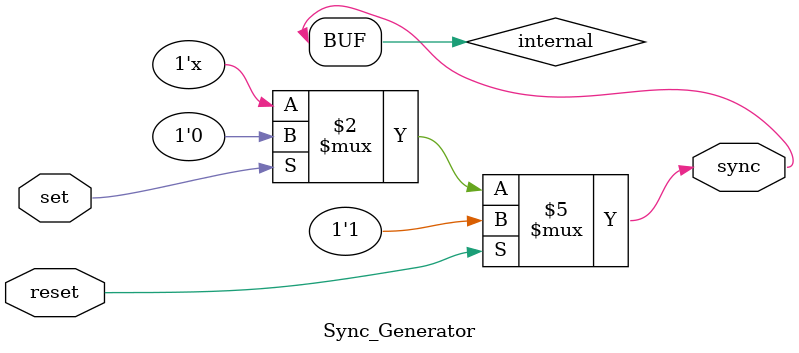
<source format=v>
module Sync_Generator(
		input 				set,
		input 			 reset,
		output 			  sync
    );
	 
	 reg internal;

	always@(*)
		if(reset) internal  <= 1;
		else if(set) internal <= 0;
		
		
	assign sync = internal;

endmodule

</source>
